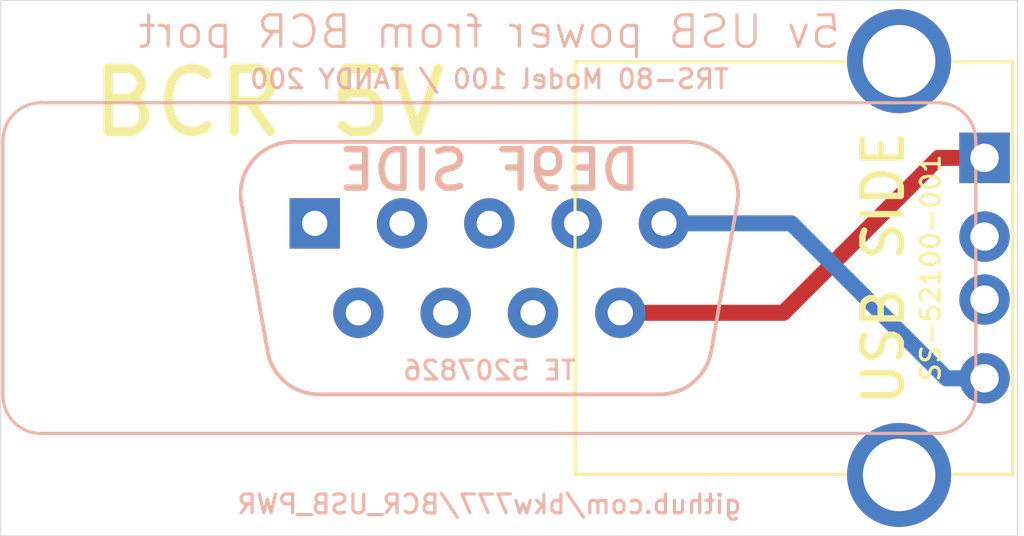
<source format=kicad_pcb>
(kicad_pcb (version 20171130) (host pcbnew 5.1.5-52549c5~84~ubuntu19.04.1)

  (general
    (thickness 1.6)
    (drawings 14)
    (tracks 6)
    (zones 0)
    (modules 2)
    (nets 4)
  )

  (page A4)
  (layers
    (0 F.Cu signal)
    (31 B.Cu signal)
    (32 B.Adhes user hide)
    (33 F.Adhes user hide)
    (34 B.Paste user hide)
    (35 F.Paste user hide)
    (36 B.SilkS user)
    (37 F.SilkS user)
    (38 B.Mask user hide)
    (39 F.Mask user hide)
    (40 Dwgs.User user hide)
    (41 Cmts.User user hide)
    (42 Eco1.User user hide)
    (43 Eco2.User user hide)
    (44 Edge.Cuts user)
    (45 Margin user hide)
    (46 B.CrtYd user hide)
    (47 F.CrtYd user hide)
    (48 B.Fab user hide)
    (49 F.Fab user hide)
  )

  (setup
    (last_trace_width 0.25)
    (user_trace_width 0.508)
    (trace_clearance 0.2)
    (zone_clearance 0.508)
    (zone_45_only no)
    (trace_min 0.2)
    (via_size 0.8)
    (via_drill 0.4)
    (via_min_size 0.4)
    (via_min_drill 0.3)
    (user_via 0.508 0.3048)
    (uvia_size 0.3)
    (uvia_drill 0.1)
    (uvias_allowed no)
    (uvia_min_size 0.2)
    (uvia_min_drill 0.1)
    (edge_width 0.05)
    (segment_width 0.2)
    (pcb_text_width 0.3)
    (pcb_text_size 1.5 1.5)
    (mod_edge_width 0.1016)
    (mod_text_size 1 1)
    (mod_text_width 0.15)
    (pad_size 1.524 1.524)
    (pad_drill 0.762)
    (pad_to_mask_clearance 0)
    (aux_axis_origin 0 0)
    (grid_origin 127 95.758)
    (visible_elements FFFFFF7F)
    (pcbplotparams
      (layerselection 0x010fc_ffffffff)
      (usegerberextensions false)
      (usegerberattributes false)
      (usegerberadvancedattributes false)
      (creategerberjobfile false)
      (excludeedgelayer true)
      (linewidth 0.100000)
      (plotframeref false)
      (viasonmask false)
      (mode 1)
      (useauxorigin false)
      (hpglpennumber 1)
      (hpglpenspeed 20)
      (hpglpendiameter 15.000000)
      (psnegative false)
      (psa4output false)
      (plotreference true)
      (plotvalue true)
      (plotinvisibletext false)
      (padsonsilk false)
      (subtractmaskfromsilk false)
      (outputformat 1)
      (mirror false)
      (drillshape 1)
      (scaleselection 1)
      (outputdirectory ""))
  )

  (net 0 "")
  (net 1 /+5V)
  (net 2 /GND)
  (net 3 "Net-(CN2-PadSH)")

  (net_class Default "This is the default net class."
    (clearance 0.2)
    (trace_width 0.25)
    (via_dia 0.8)
    (via_drill 0.4)
    (uvia_dia 0.3)
    (uvia_drill 0.1)
    (add_net /+5V)
    (add_net /GND)
    (add_net "Net-(CN2-PadSH)")
  )

  (module 0_LOCAL:USB_A_Female_UE27AC54100 (layer F.Cu) (tedit 5F1010EA) (tstamp 5F0C1E7E)
    (at 140 95.758 270)
    (path /5F0C3585)
    (fp_text reference CN2 (at 0 -0.889 270 unlocked) (layer F.SilkS) hide
      (effects (font (size 1 1) (thickness 0.15)))
    )
    (fp_text value UE27AC54100 (at 0 9.4 270) (layer F.Fab)
      (effects (font (size 1 1) (thickness 0.15)))
    )
    (fp_line (start -6.55 -3.6) (end 6.55 -3.6) (layer F.SilkS) (width 0.1))
    (fp_line (start 6.55 1.725) (end 6.55 10.28) (layer F.SilkS) (width 0.1))
    (fp_line (start -6.55 1.725) (end -6.55 10.28) (layer F.SilkS) (width 0.1))
    (fp_line (start -6.55 -3.6) (end -6.55 -1.725) (layer F.SilkS) (width 0.1))
    (fp_line (start -6.55 -3.6) (end 6.55 -3.6) (layer F.Fab) (width 0.1))
    (fp_line (start 6.55 -3.6) (end 6.55 10.28) (layer F.Fab) (width 0.1))
    (fp_line (start -6.55 -3.6) (end -6.55 10.28) (layer F.Fab) (width 0.1))
    (fp_line (start -6.55 10.28) (end 6.55 10.28) (layer F.Fab) (width 0.1))
    (fp_line (start 6.55 -3.6) (end 6.55 -1.725) (layer F.SilkS) (width 0.1))
    (fp_line (start 6.55 10.28) (end -6.55 10.28) (layer F.SilkS) (width 0.1))
    (fp_line (start -8.45 -3.94) (end 8.45 -3.94) (layer F.CrtYd) (width 0.05))
    (fp_line (start 8.45 -3.94) (end 8.45 10.375) (layer F.CrtYd) (width 0.05))
    (fp_line (start -8.45 -3.94) (end -8.45 10.375) (layer F.CrtYd) (width 0.05))
    (fp_line (start -8.45 10.375) (end 8.45 10.375) (layer F.CrtYd) (width 0.05))
    (fp_text user %R (at -0.025 0.975 270) (layer F.Fab)
      (effects (font (size 1 1) (thickness 0.15)))
    )
    (pad 4 thru_hole circle (at 3.5 -2.71 270) (size 1.6 1.6) (drill 0.9) (layers *.Cu *.Mask)
      (net 2 /GND))
    (pad 3 thru_hole circle (at 1 -2.71 270) (size 1.6 1.6) (drill 0.9) (layers *.Cu *.Mask))
    (pad 2 thru_hole circle (at -1 -2.71 270) (size 1.6 1.6) (drill 0.9) (layers *.Cu *.Mask))
    (pad 1 thru_hole rect (at -3.5 -2.71 270) (size 1.6 1.6) (drill 0.9) (layers *.Cu *.Mask)
      (net 1 /+5V))
    (pad SH thru_hole circle (at 6.57 0 270) (size 3.3 3.3) (drill 2.3) (layers *.Cu *.Mask)
      (net 3 "Net-(CN2-PadSH)"))
    (pad SH thru_hole circle (at -6.57 0 270) (size 3.3 3.3) (drill 2.3) (layers *.Cu *.Mask)
      (net 3 "Net-(CN2-PadSH)"))
    (model ${KIPRJMOD}/3dmodels/USB-A_female_horiz_thru.step
      (offset (xyz 0 3.5 6.9))
      (scale (xyz 1 1 1))
      (rotate (xyz 0 0 0))
    )
  )

  (module 0_LOCAL:TE-5207826 (layer B.Cu) (tedit 5F103B7F) (tstamp 5F0C57CA)
    (at 121.46026 94.33814 180)
    (descr "9-pin D-Sub connector, straight/vertical, THT-mount, female, pitch 2.77x2.84mm, distance of mounting holes 25mm, see https://disti-assets.s3.amazonaws.com/tonar/files/datasheets/16730.pdf")
    (tags "9-pin D-Sub connector straight vertical THT female pitch 2.77x2.84mm mounting holes distance 25mm")
    (path /5F0C8236)
    (fp_text reference CN1 (at -5.5372 1.7018 180) (layer B.SilkS) hide
      (effects (font (size 1 1) (thickness 0.15)) (justify mirror))
    )
    (fp_text value DB9_Female (at -5.54 -4.53 180) (layer B.Fab)
      (effects (font (size 1 1) (thickness 0.15)) (justify mirror))
    )
    (fp_arc (start -19.77 2.63) (end -19.77 3.83) (angle 90) (layer B.SilkS) (width 0.1))
    (fp_arc (start -19.77 -5.47) (end -20.97 -5.47) (angle 90) (layer B.SilkS) (width 0.1))
    (fp_arc (start 8.69 -5.47) (end 8.69 -6.67) (angle 90) (layer B.SilkS) (width 0.1))
    (fp_arc (start 8.69 2.63) (end 9.89 2.63) (angle 90) (layer B.SilkS) (width 0.1))
    (fp_line (start 9.89 -5.47) (end 9.89 2.63) (layer B.SilkS) (width 0.1))
    (fp_line (start -19.77 -6.67) (end 8.69 -6.67) (layer B.SilkS) (width 0.1))
    (fp_line (start -19.77 3.83) (end 8.69 3.83) (layer B.SilkS) (width 0.1))
    (fp_text user %R (at -5.54 -1.42 180) (layer B.Fab)
      (effects (font (size 1 1) (thickness 0.15)) (justify mirror))
    )
    (fp_line (start 9.96 3.91) (end -21.04 3.91) (layer B.CrtYd) (width 0.05))
    (fp_line (start 9.96 -6.74) (end 9.96 3.91) (layer B.CrtYd) (width 0.05))
    (fp_line (start -21.04 -6.74) (end 9.96 -6.74) (layer B.CrtYd) (width 0.05))
    (fp_line (start -21.04 3.91) (end -21.04 -6.74) (layer B.CrtYd) (width 0.05))
    (fp_line (start -13.40647 0.641744) (end -12.577733 -4.058256) (layer B.SilkS) (width 0.12))
    (fp_line (start 2.32647 0.641744) (end 1.497733 -4.058256) (layer B.SilkS) (width 0.12))
    (fp_line (start -10.942952 -5.43) (end -0.137048 -5.43) (layer B.SilkS) (width 0.12))
    (fp_line (start -11.771689 2.59) (end 0.691689 2.59) (layer B.SilkS) (width 0.12))
    (fp_line (start -13.358887 0.652163) (end -12.53015 -4.047837) (layer B.Fab) (width 0.1))
    (fp_line (start 2.278887 0.652163) (end 1.45015 -4.047837) (layer B.Fab) (width 0.1))
    (fp_line (start -10.954457 -5.37) (end -0.125543 -5.37) (layer B.Fab) (width 0.1))
    (fp_line (start -11.783194 2.53) (end 0.703194 2.53) (layer B.Fab) (width 0.1))
    (fp_line (start -20.97 -5.47) (end -20.97 2.63) (layer B.SilkS) (width 0.1))
    (fp_arc (start -0.137048 -3.77) (end -0.137048 -5.43) (angle 80) (layer B.SilkS) (width 0.12))
    (fp_arc (start -10.942952 -3.77) (end -10.942952 -5.43) (angle -80) (layer B.SilkS) (width 0.12))
    (fp_arc (start 0.691689 0.93) (end 0.691689 2.59) (angle -100) (layer B.SilkS) (width 0.12))
    (fp_arc (start -11.771689 0.93) (end -11.771689 2.59) (angle 100) (layer B.SilkS) (width 0.12))
    (fp_arc (start -0.125543 -3.77) (end -0.125543 -5.37) (angle 80) (layer B.Fab) (width 0.1))
    (fp_arc (start -10.954457 -3.77) (end -10.954457 -5.37) (angle -80) (layer B.Fab) (width 0.1))
    (fp_arc (start 0.703194 0.93) (end 0.703194 2.53) (angle -100) (layer B.Fab) (width 0.1))
    (fp_arc (start -11.783194 0.93) (end -11.783194 2.53) (angle 100) (layer B.Fab) (width 0.1))
    (fp_line (start -5.54 -0.82) (end -5.54 -2.02) (layer Dwgs.User) (width 0.01))
    (fp_line (start -6.54 -1.42) (end -4.54 -1.42) (layer Dwgs.User) (width 0.01))
    (pad 9 thru_hole circle (at -9.695 -2.84 180) (size 1.6 1.6) (drill 0.8) (layers *.Cu *.Mask)
      (net 1 /+5V))
    (pad 8 thru_hole circle (at -6.925 -2.84 180) (size 1.6 1.6) (drill 0.8) (layers *.Cu *.Mask))
    (pad 7 thru_hole circle (at -4.155 -2.84 180) (size 1.6 1.6) (drill 0.8) (layers *.Cu *.Mask))
    (pad 6 thru_hole circle (at -1.385 -2.84 180) (size 1.6 1.6) (drill 0.8) (layers *.Cu *.Mask))
    (pad 5 thru_hole circle (at -11.08 0 180) (size 1.6 1.6) (drill 0.8) (layers *.Cu *.Mask)
      (net 2 /GND))
    (pad 4 thru_hole circle (at -8.31 0 180) (size 1.6 1.6) (drill 0.8) (layers *.Cu *.Mask))
    (pad 3 thru_hole circle (at -5.54 0 180) (size 1.6 1.6) (drill 0.8) (layers *.Cu *.Mask))
    (pad 2 thru_hole circle (at -2.77 0 180) (size 1.6 1.6) (drill 0.8) (layers *.Cu *.Mask))
    (pad 1 thru_hole rect (at 0 0 180) (size 1.6 1.6) (drill 0.8) (layers *.Cu *.Mask))
    (model ${KIPRJMOD}/3dmodels/DE9F.step
      (offset (xyz -5.528 -1.42 12.2))
      (scale (xyz 1 1 1))
      (rotate (xyz 0 0 0))
    )
  )

  (gr_text "TE 5207826" (at 127 99.008) (layer B.SilkS) (tstamp 5F0FB6BF)
    (effects (font (size 0.6 0.6) (thickness 0.1)) (justify mirror))
  )
  (gr_text SS-52100-001 (at 141 95.758 90) (layer F.SilkS) (tstamp 5F0FB5FB)
    (effects (font (size 0.6 0.6) (thickness 0.1)))
  )
  (gr_text github.com/bkw777/BCR_USB_PWR (at 127 103.258) (layer B.SilkS) (tstamp 5F0FA981)
    (effects (font (size 0.6 0.6) (thickness 0.1)) (justify mirror))
  )
  (gr_text "TRS-80 Model 100 / TANDY 200" (at 127 89.758) (layer B.SilkS) (tstamp 5F0FA697)
    (effects (font (size 0.6 0.6) (thickness 0.1)) (justify mirror))
  )
  (gr_text "5v USB power from BCR port" (at 127 88.258) (layer B.SilkS)
    (effects (font (size 1 1) (thickness 0.1)) (justify mirror))
  )
  (gr_line (start 114.3 87.376) (end 139.7 104.14) (layer Dwgs.User) (width 0.0254))
  (gr_line (start 114.3 104.14) (end 139.7 87.376) (layer Dwgs.User) (width 0.0254))
  (gr_text "BCR 5V" (at 120 90.508) (layer F.SilkS)
    (effects (font (size 2 2) (thickness 0.3)))
  )
  (gr_text "DE9F SIDE" (at 127.00508 92.64904) (layer B.SilkS)
    (effects (font (size 1.2192 1.2192) (thickness 0.2032)) (justify mirror))
  )
  (gr_text "USB SIDE" (at 139.5 95.758 90) (layer F.SilkS)
    (effects (font (size 1.2192 1.2192) (thickness 0.2032)))
  )
  (gr_line (start 111.5 87.258) (end 111.5 104.258) (layer Edge.Cuts) (width 0.0254))
  (gr_line (start 143.75 87.258) (end 111.5 87.258) (layer Edge.Cuts) (width 0.0254))
  (gr_line (start 143.75 104.258) (end 143.75 87.258) (layer Edge.Cuts) (width 0.0254))
  (gr_line (start 111.5 104.258) (end 143.75 104.258) (layer Edge.Cuts) (width 0.0254))

  (segment (start 141.25 92.258) (end 142.71 92.258) (width 0.508) (layer F.Cu) (net 1))
  (segment (start 131.15526 97.17814) (end 136.32986 97.17814) (width 0.508) (layer F.Cu) (net 1))
  (segment (start 136.32986 97.17814) (end 141.25 92.258) (width 0.508) (layer F.Cu) (net 1))
  (segment (start 142.71 99.258) (end 141.5 99.258) (width 0.508) (layer B.Cu) (net 2))
  (segment (start 136.58014 94.33814) (end 132.54026 94.33814) (width 0.508) (layer B.Cu) (net 2))
  (segment (start 141.5 99.258) (end 136.58014 94.33814) (width 0.508) (layer B.Cu) (net 2))

)

</source>
